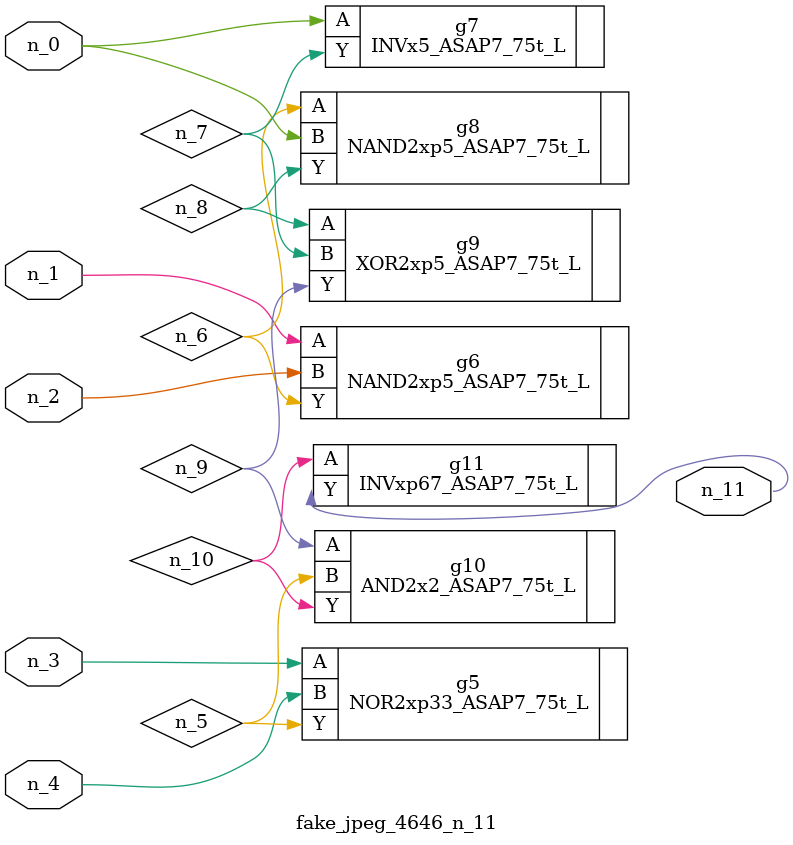
<source format=v>
module fake_jpeg_4646_n_11 (n_3, n_2, n_1, n_0, n_4, n_11);

input n_3;
input n_2;
input n_1;
input n_0;
input n_4;

output n_11;

wire n_10;
wire n_8;
wire n_9;
wire n_6;
wire n_5;
wire n_7;

NOR2xp33_ASAP7_75t_L g5 ( 
.A(n_3),
.B(n_4),
.Y(n_5)
);

NAND2xp5_ASAP7_75t_L g6 ( 
.A(n_1),
.B(n_2),
.Y(n_6)
);

INVx5_ASAP7_75t_L g7 ( 
.A(n_0),
.Y(n_7)
);

NAND2xp5_ASAP7_75t_L g8 ( 
.A(n_6),
.B(n_0),
.Y(n_8)
);

XOR2xp5_ASAP7_75t_L g9 ( 
.A(n_8),
.B(n_7),
.Y(n_9)
);

AND2x2_ASAP7_75t_L g10 ( 
.A(n_9),
.B(n_5),
.Y(n_10)
);

INVxp67_ASAP7_75t_L g11 ( 
.A(n_10),
.Y(n_11)
);


endmodule
</source>
